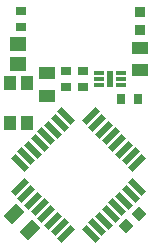
<source format=gbr>
%TF.GenerationSoftware,KiCad,Pcbnew,(6.0.1)*%
%TF.CreationDate,2022-04-12T16:45:31-07:00*%
%TF.ProjectId,3208_board,33323038-5f62-46f6-9172-642e6b696361,rev?*%
%TF.SameCoordinates,Original*%
%TF.FileFunction,Paste,Top*%
%TF.FilePolarity,Positive*%
%FSLAX46Y46*%
G04 Gerber Fmt 4.6, Leading zero omitted, Abs format (unit mm)*
G04 Created by KiCad (PCBNEW (6.0.1)) date 2022-04-12 16:45:31*
%MOMM*%
%LPD*%
G01*
G04 APERTURE LIST*
G04 Aperture macros list*
%AMRotRect*
0 Rectangle, with rotation*
0 The origin of the aperture is its center*
0 $1 length*
0 $2 width*
0 $3 Rotation angle, in degrees counterclockwise*
0 Add horizontal line*
21,1,$1,$2,0,0,$3*%
G04 Aperture macros list end*
%ADD10RotRect,1.000000X1.450000X135.000000*%
%ADD11R,0.750000X0.940000*%
%ADD12R,0.850000X0.300000*%
%ADD13R,0.610000X1.420000*%
%ADD14R,0.950000X0.950000*%
%ADD15R,1.450000X1.200000*%
%ADD16R,0.940000X0.750000*%
%ADD17R,1.050000X1.150000*%
%ADD18R,1.450000X1.000000*%
%ADD19RotRect,0.950000X0.950000X135.000000*%
%ADD20RotRect,1.600000X0.550000X315.000000*%
%ADD21RotRect,1.600000X0.550000X45.000000*%
G04 APERTURE END LIST*
D10*
%TO.C,R3*%
X142594251Y-75919251D03*
X141250749Y-74575749D03*
%TD*%
D11*
%TO.C,C3*%
X151703000Y-64770000D03*
X150303000Y-64770000D03*
%TD*%
D12*
%TO.C,IC1*%
X148402000Y-62619000D03*
X148402000Y-63119000D03*
X148402000Y-63619000D03*
X150302000Y-63619000D03*
X150302000Y-63119000D03*
X150302000Y-62619000D03*
D13*
X149352000Y-63119000D03*
%TD*%
D14*
%TO.C,LED2*%
X151892000Y-58916000D03*
X151892000Y-57416000D03*
%TD*%
D15*
%TO.C,L1*%
X141605000Y-61810000D03*
X141605000Y-60110000D03*
%TD*%
D16*
%TO.C,C5*%
X141859000Y-58739000D03*
X141859000Y-57339000D03*
%TD*%
D17*
%TO.C,S1*%
X142330000Y-63476000D03*
X140880000Y-63476000D03*
X142330000Y-66826000D03*
X140880000Y-66826000D03*
%TD*%
D18*
%TO.C,R1*%
X151892000Y-60454500D03*
X151892000Y-62354500D03*
%TD*%
D19*
%TO.C,LED1*%
X150726670Y-75587330D03*
X151787330Y-74526670D03*
%TD*%
D16*
%TO.C,C2*%
X145669000Y-62419000D03*
X145669000Y-63819000D03*
%TD*%
%TO.C,C1*%
X147066000Y-62419000D03*
X147066000Y-63819000D03*
%TD*%
D18*
%TO.C,R2*%
X143995000Y-64513500D03*
X143995000Y-62613500D03*
%TD*%
D20*
%TO.C,U1*%
X145659695Y-66261897D03*
X145094010Y-66827583D03*
X144528324Y-67393268D03*
X143962639Y-67958953D03*
X143396953Y-68524639D03*
X142831268Y-69090324D03*
X142265583Y-69656010D03*
X141699897Y-70221695D03*
D21*
X141699897Y-72272305D03*
X142265583Y-72837990D03*
X142831268Y-73403676D03*
X143396953Y-73969361D03*
X143962639Y-74535047D03*
X144528324Y-75100732D03*
X145094010Y-75666417D03*
X145659695Y-76232103D03*
D20*
X147710305Y-76232103D03*
X148275990Y-75666417D03*
X148841676Y-75100732D03*
X149407361Y-74535047D03*
X149973047Y-73969361D03*
X150538732Y-73403676D03*
X151104417Y-72837990D03*
X151670103Y-72272305D03*
D21*
X151670103Y-70221695D03*
X151104417Y-69656010D03*
X150538732Y-69090324D03*
X149973047Y-68524639D03*
X149407361Y-67958953D03*
X148841676Y-67393268D03*
X148275990Y-66827583D03*
X147710305Y-66261897D03*
%TD*%
M02*

</source>
